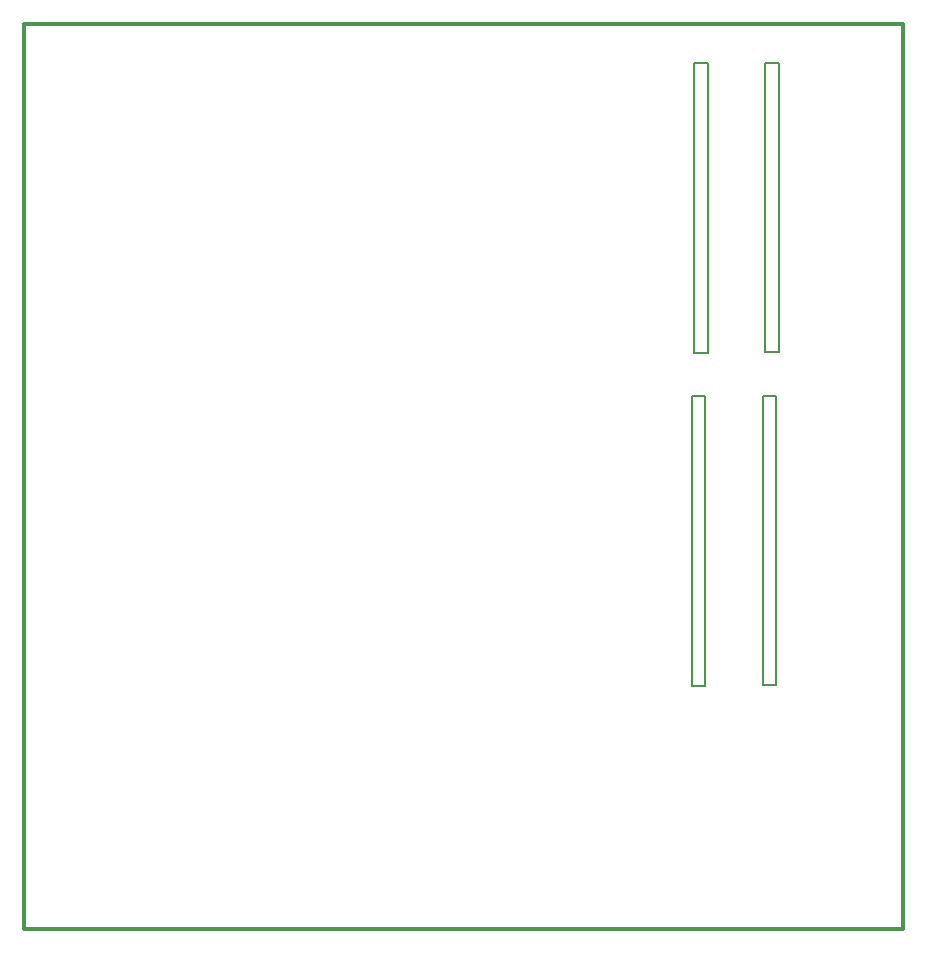
<source format=gko>
G04 Layer: BoardOutline*
G04 EasyEDA v6.4.20.6, 2021-07-30T13:21:48--3:00*
G04 b5d51b18a43e43a9a62da66a6b900804,9d841d54c62b4e4b873e3168cd68637e,10*
G04 Gerber Generator version 0.2*
G04 Scale: 100 percent, Rotated: No, Reflected: No *
G04 Dimensions in millimeters *
G04 leading zeros omitted , absolute positions ,4 integer and 5 decimal *
%FSLAX45Y45*%
%MOMM*%

%ADD10C,0.3000*%
%ADD11C,0.2000*%
D10*
X-698500Y10375900D02*
G01*
X6743700Y10375900D01*
X6743700Y2717800D01*
X-698500Y2717800D01*
X-698500Y10375900D01*
D11*
X5695678Y10046850D02*
G01*
X5695678Y9659414D01*
X5695678Y10046850D02*
G01*
X5580362Y10046850D01*
X5580362Y7595750D01*
X5695678Y7595750D01*
X5695678Y9659500D01*
X5094582Y10044287D02*
G01*
X5094582Y9656851D01*
X5094582Y10044287D02*
G01*
X4979266Y10044287D01*
X4979266Y7593187D01*
X5094582Y7593187D01*
X5094582Y9656937D01*
X5069840Y7226300D02*
G01*
X4954524Y7226300D01*
X4954524Y4775200D01*
X5069840Y4775200D01*
X5069840Y6838950D01*
X5670936Y7228862D02*
G01*
X5670936Y6841426D01*
X5670936Y7228862D02*
G01*
X5555620Y7228862D01*
X5555620Y4777762D01*
X5670936Y4777762D01*
X5670936Y6841512D01*
X5069840Y7226300D02*
G01*
X5069840Y6838863D01*

%LPD*%
M02*

</source>
